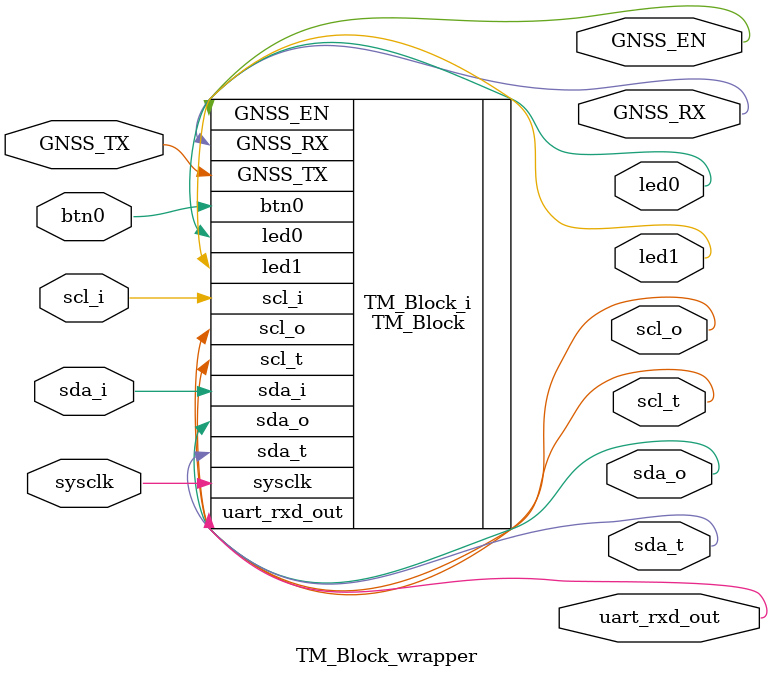
<source format=v>
`timescale 1 ps / 1 ps

module TM_Block_wrapper
   (GNSS_EN,
    GNSS_RX,
    GNSS_TX,
    btn0,
    led0,
    led1,
    scl_i,
    scl_o,
    scl_t,
    sda_i,
    sda_o,
    sda_t,
    sysclk,
    uart_rxd_out);
  output GNSS_EN;
  output GNSS_RX;
  input GNSS_TX;
  input btn0;
  output led0;
  output led1;
  input scl_i;
  output scl_o;
  output scl_t;
  input sda_i;
  output sda_o;
  output sda_t;
  input sysclk;
  output uart_rxd_out;

  wire GNSS_EN;
  wire GNSS_RX;
  wire GNSS_TX;
  wire btn0;
  wire led0;
  wire led1;
  wire scl_i;
  wire scl_o;
  wire scl_t;
  wire sda_i;
  wire sda_o;
  wire sda_t;
  wire sysclk;
  wire uart_rxd_out;

  TM_Block TM_Block_i
       (.GNSS_EN(GNSS_EN),
        .GNSS_RX(GNSS_RX),
        .GNSS_TX(GNSS_TX),
        .btn0(btn0),
        .led0(led0),
        .led1(led1),
        .scl_i(scl_i),
        .scl_o(scl_o),
        .scl_t(scl_t),
        .sda_i(sda_i),
        .sda_o(sda_o),
        .sda_t(sda_t),
        .sysclk(sysclk),
        .uart_rxd_out(uart_rxd_out));
endmodule

</source>
